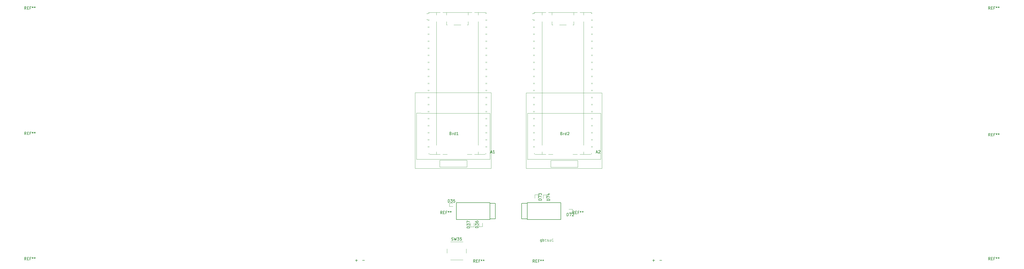
<source format=gbr>
%TF.GenerationSoftware,KiCad,Pcbnew,9.0.3*%
%TF.CreationDate,2025-07-31T16:32:47-07:00*%
%TF.ProjectId,fortissimo-ii,666f7274-6973-4736-996d-6f2d69692e6b,rev?*%
%TF.SameCoordinates,Original*%
%TF.FileFunction,Legend,Top*%
%TF.FilePolarity,Positive*%
%FSLAX46Y46*%
G04 Gerber Fmt 4.6, Leading zero omitted, Abs format (unit mm)*
G04 Created by KiCad (PCBNEW 9.0.3) date 2025-07-31 16:32:47*
%MOMM*%
%LPD*%
G01*
G04 APERTURE LIST*
%ADD10C,0.150000*%
%ADD11C,0.120000*%
G04 APERTURE END LIST*
D10*
G36*
X212932930Y-105551229D02*
G01*
X212978073Y-105564503D01*
X213016207Y-105585730D01*
X213047775Y-105615093D01*
X213069498Y-105650545D01*
X213081969Y-105693442D01*
X213084778Y-105693442D01*
X213084778Y-105560512D01*
X213209281Y-105560512D01*
X213209281Y-106330000D01*
X213204394Y-106387214D01*
X213190507Y-106435980D01*
X213168195Y-106477857D01*
X213137229Y-106513975D01*
X213099427Y-106542750D01*
X213054988Y-106563826D01*
X213002626Y-106577107D01*
X212940675Y-106581814D01*
X212725252Y-106581814D01*
X212725252Y-106467081D01*
X212942079Y-106467081D01*
X212984435Y-106462597D01*
X213018307Y-106450076D01*
X213045577Y-106430017D01*
X213066169Y-106403161D01*
X213078866Y-106370391D01*
X213083374Y-106330000D01*
X213083374Y-106260024D01*
X213086182Y-106134117D01*
X213081969Y-106134117D01*
X213069437Y-106176913D01*
X213047702Y-106211628D01*
X213016207Y-106239752D01*
X212978218Y-106259765D01*
X212933069Y-106272348D01*
X212879125Y-106276816D01*
X212820658Y-106271701D01*
X212770944Y-106257168D01*
X212728339Y-106233795D01*
X212691669Y-106201284D01*
X212662719Y-106161827D01*
X212641393Y-106115160D01*
X212627895Y-106059886D01*
X212623098Y-105994227D01*
X212623098Y-105831927D01*
X212623502Y-105826371D01*
X212749005Y-105826371D01*
X212749005Y-106001249D01*
X212754312Y-106051737D01*
X212769188Y-106092531D01*
X212793091Y-106125751D01*
X212825232Y-106150723D01*
X212865692Y-106166312D01*
X212916922Y-106171913D01*
X212967002Y-106166079D01*
X213007285Y-106149658D01*
X213040020Y-106122943D01*
X213064059Y-106087785D01*
X213079278Y-106043418D01*
X213084778Y-105987266D01*
X213084778Y-105840354D01*
X213079277Y-105784159D01*
X213064056Y-105739775D01*
X213040020Y-105704616D01*
X213007285Y-105677901D01*
X212967002Y-105661479D01*
X212916922Y-105655645D01*
X212865697Y-105661253D01*
X212825237Y-105676860D01*
X212793091Y-105701868D01*
X212769188Y-105735089D01*
X212754312Y-105775883D01*
X212749005Y-105826371D01*
X212623502Y-105826371D01*
X212627873Y-105766339D01*
X212641341Y-105710817D01*
X212662668Y-105663661D01*
X212691669Y-105623527D01*
X212728431Y-105590318D01*
X212771071Y-105566505D01*
X212820752Y-105551726D01*
X212879125Y-105546530D01*
X212932930Y-105551229D01*
G37*
G36*
X213593841Y-105532547D02*
G01*
X213591032Y-105707424D01*
X213592437Y-105707424D01*
X213605186Y-105660832D01*
X213627636Y-105622159D01*
X213660275Y-105589944D01*
X213700104Y-105566391D01*
X213747310Y-105551719D01*
X213803707Y-105546530D01*
X213860565Y-105551679D01*
X213909338Y-105566381D01*
X213951574Y-105590182D01*
X213988354Y-105623527D01*
X214017301Y-105663647D01*
X214038632Y-105710999D01*
X214052131Y-105766973D01*
X214056926Y-105833332D01*
X214056926Y-106058585D01*
X214052149Y-106124207D01*
X214038680Y-106179748D01*
X214017353Y-106226913D01*
X213988354Y-106267046D01*
X213951578Y-106300362D01*
X213909343Y-106324144D01*
X213860569Y-106338837D01*
X213803707Y-106343982D01*
X213747269Y-106338857D01*
X213700305Y-106324410D01*
X213660947Y-106301301D01*
X213628999Y-106269475D01*
X213607216Y-106230629D01*
X213595245Y-106183087D01*
X213593841Y-106183087D01*
X213593841Y-106330000D01*
X213467934Y-106330000D01*
X213467934Y-105840354D01*
X213593841Y-105840354D01*
X213593841Y-106050219D01*
X213599412Y-106106319D01*
X213614845Y-106150686D01*
X213639270Y-106185896D01*
X213672419Y-106212708D01*
X213712539Y-106229085D01*
X213761697Y-106234867D01*
X213813275Y-106229719D01*
X213853976Y-106215468D01*
X213886200Y-106192918D01*
X213909707Y-106161852D01*
X213925190Y-106118053D01*
X213931018Y-106057180D01*
X213931018Y-105833332D01*
X213925141Y-105771496D01*
X213909620Y-105727577D01*
X213886200Y-105696922D01*
X213854028Y-105674760D01*
X213813329Y-105660722D01*
X213761697Y-105655645D01*
X213712539Y-105661427D01*
X213672419Y-105677804D01*
X213639270Y-105704616D01*
X213614848Y-105739827D01*
X213599414Y-105784212D01*
X213593841Y-105840354D01*
X213467934Y-105840354D01*
X213467934Y-105308698D01*
X213593841Y-105308698D01*
X213593841Y-105532547D01*
G37*
G36*
X214675104Y-106330000D02*
G01*
X214613894Y-106323408D01*
X214563868Y-106304821D01*
X214522575Y-106274740D01*
X214491221Y-106234659D01*
X214472019Y-106186272D01*
X214465239Y-106127156D01*
X214465239Y-105675245D01*
X214244199Y-105675245D01*
X214244199Y-105560512D01*
X214465239Y-105560512D01*
X214465239Y-105343686D01*
X214591146Y-105343686D01*
X214591146Y-105560512D01*
X214905914Y-105560512D01*
X214905914Y-105675245D01*
X214591146Y-105675245D01*
X214591146Y-106127156D01*
X214597143Y-106163251D01*
X214614227Y-106190781D01*
X214640527Y-106208958D01*
X214675104Y-106215266D01*
X214898953Y-106215266D01*
X214898953Y-106330000D01*
X214675104Y-106330000D01*
G37*
G36*
X215406612Y-106341174D02*
G01*
X215341644Y-106336987D01*
X215287975Y-106325343D01*
X215243698Y-106307247D01*
X215207248Y-106283166D01*
X215176799Y-106251717D01*
X215154977Y-106214663D01*
X215141397Y-106170881D01*
X215136601Y-106118729D01*
X215262508Y-106118729D01*
X215266911Y-106152369D01*
X215279438Y-106179620D01*
X215300244Y-106202016D01*
X215327056Y-106217939D01*
X215361786Y-106228269D01*
X215406612Y-106232058D01*
X215468161Y-106232058D01*
X215513853Y-106228177D01*
X215549238Y-106217596D01*
X215576543Y-106201284D01*
X215597662Y-106178356D01*
X215610477Y-106150019D01*
X215615012Y-106114577D01*
X215608690Y-106068217D01*
X215591718Y-106036236D01*
X215564507Y-106014688D01*
X215524092Y-106002653D01*
X215311479Y-105971878D01*
X215261839Y-105959165D01*
X215221861Y-105937478D01*
X215189724Y-105906788D01*
X215166362Y-105868692D01*
X215151641Y-105822097D01*
X215146371Y-105764822D01*
X215151004Y-105715603D01*
X215164206Y-105673738D01*
X215185581Y-105637775D01*
X215215614Y-105606735D01*
X215251423Y-105582732D01*
X215294238Y-105564842D01*
X215345412Y-105553420D01*
X215406612Y-105549338D01*
X215468161Y-105549338D01*
X215540929Y-105556004D01*
X215600935Y-105574731D01*
X215650732Y-105604598D01*
X215682291Y-105634730D01*
X215705104Y-105668431D01*
X215719964Y-105706329D01*
X215726936Y-105749434D01*
X215599624Y-105749434D01*
X215594207Y-105724130D01*
X215581679Y-105702009D01*
X215561156Y-105682267D01*
X215536099Y-105667948D01*
X215505551Y-105658889D01*
X215468161Y-105655645D01*
X215406612Y-105655645D01*
X215364634Y-105659317D01*
X215331691Y-105669398D01*
X215305861Y-105685076D01*
X215285733Y-105706857D01*
X215273681Y-105732977D01*
X215269469Y-105764822D01*
X215274614Y-105802697D01*
X215288454Y-105829006D01*
X215310661Y-105846899D01*
X215343597Y-105857145D01*
X215542288Y-105885111D01*
X215604791Y-105900193D01*
X215652681Y-105924078D01*
X215688923Y-105956136D01*
X215715280Y-105997091D01*
X215732081Y-106048914D01*
X215738171Y-106114577D01*
X215733374Y-106167439D01*
X215719784Y-106211923D01*
X215697951Y-106249656D01*
X215667524Y-106281762D01*
X215630982Y-106306475D01*
X215586670Y-106325000D01*
X215533032Y-106336899D01*
X215468161Y-106341174D01*
X215406612Y-106341174D01*
G37*
G36*
X216275200Y-106343982D02*
G01*
X216209531Y-106338617D01*
X216153240Y-106323353D01*
X216104653Y-106298853D01*
X216062526Y-106264970D01*
X216028441Y-106223140D01*
X216003711Y-106174382D01*
X215988240Y-106117346D01*
X215982780Y-106050219D01*
X215982780Y-105560512D01*
X216108688Y-105560512D01*
X216108688Y-106050219D01*
X216114109Y-106104478D01*
X216129261Y-106148264D01*
X216153445Y-106183820D01*
X216186236Y-106211005D01*
X216226113Y-106227599D01*
X216275200Y-106233463D01*
X216325247Y-106227577D01*
X216365776Y-106210957D01*
X216398970Y-106183820D01*
X216423578Y-106148209D01*
X216438962Y-106104423D01*
X216444460Y-106050219D01*
X216444460Y-105560512D01*
X216570368Y-105560512D01*
X216570368Y-106050219D01*
X216564827Y-106117256D01*
X216549115Y-106174261D01*
X216523962Y-106223051D01*
X216489218Y-106264970D01*
X216446415Y-106298902D01*
X216397346Y-106323404D01*
X216340811Y-106338639D01*
X216275200Y-106343982D01*
G37*
G36*
X216815038Y-106330000D02*
G01*
X216815038Y-106215266D01*
X217087796Y-106215266D01*
X217087796Y-105675245D01*
X216843004Y-105675245D01*
X216843004Y-105560512D01*
X217213703Y-105560512D01*
X217213703Y-106215266D01*
X217472540Y-106215266D01*
X217472540Y-106330000D01*
X216815038Y-106330000D01*
G37*
G36*
X217136767Y-105422027D02*
G01*
X217094286Y-105415682D01*
X217064043Y-105398274D01*
X217044347Y-105370816D01*
X217037482Y-105333916D01*
X217044387Y-105295633D01*
X217064043Y-105267421D01*
X217094350Y-105249454D01*
X217136767Y-105242936D01*
X217179183Y-105249454D01*
X217209490Y-105267421D01*
X217229194Y-105295638D01*
X217236113Y-105333916D01*
X217229234Y-105370811D01*
X217209490Y-105398274D01*
X217179247Y-105415682D01*
X217136767Y-105422027D01*
G37*
X374904166Y-68239194D02*
X374570833Y-67763003D01*
X374332738Y-68239194D02*
X374332738Y-67239194D01*
X374332738Y-67239194D02*
X374713690Y-67239194D01*
X374713690Y-67239194D02*
X374808928Y-67286813D01*
X374808928Y-67286813D02*
X374856547Y-67334432D01*
X374856547Y-67334432D02*
X374904166Y-67429670D01*
X374904166Y-67429670D02*
X374904166Y-67572527D01*
X374904166Y-67572527D02*
X374856547Y-67667765D01*
X374856547Y-67667765D02*
X374808928Y-67715384D01*
X374808928Y-67715384D02*
X374713690Y-67763003D01*
X374713690Y-67763003D02*
X374332738Y-67763003D01*
X375332738Y-67715384D02*
X375666071Y-67715384D01*
X375808928Y-68239194D02*
X375332738Y-68239194D01*
X375332738Y-68239194D02*
X375332738Y-67239194D01*
X375332738Y-67239194D02*
X375808928Y-67239194D01*
X376570833Y-67715384D02*
X376237500Y-67715384D01*
X376237500Y-68239194D02*
X376237500Y-67239194D01*
X376237500Y-67239194D02*
X376713690Y-67239194D01*
X377237500Y-67239194D02*
X377237500Y-67477289D01*
X376999405Y-67382051D02*
X377237500Y-67477289D01*
X377237500Y-67477289D02*
X377475595Y-67382051D01*
X377094643Y-67667765D02*
X377237500Y-67477289D01*
X377237500Y-67477289D02*
X377380357Y-67667765D01*
X377999405Y-67239194D02*
X377999405Y-67477289D01*
X377761310Y-67382051D02*
X377999405Y-67477289D01*
X377999405Y-67477289D02*
X378237500Y-67382051D01*
X377856548Y-67667765D02*
X377999405Y-67477289D01*
X377999405Y-67477289D02*
X378142262Y-67667765D01*
X210597916Y-113829819D02*
X210264583Y-113353628D01*
X210026488Y-113829819D02*
X210026488Y-112829819D01*
X210026488Y-112829819D02*
X210407440Y-112829819D01*
X210407440Y-112829819D02*
X210502678Y-112877438D01*
X210502678Y-112877438D02*
X210550297Y-112925057D01*
X210550297Y-112925057D02*
X210597916Y-113020295D01*
X210597916Y-113020295D02*
X210597916Y-113163152D01*
X210597916Y-113163152D02*
X210550297Y-113258390D01*
X210550297Y-113258390D02*
X210502678Y-113306009D01*
X210502678Y-113306009D02*
X210407440Y-113353628D01*
X210407440Y-113353628D02*
X210026488Y-113353628D01*
X211026488Y-113306009D02*
X211359821Y-113306009D01*
X211502678Y-113829819D02*
X211026488Y-113829819D01*
X211026488Y-113829819D02*
X211026488Y-112829819D01*
X211026488Y-112829819D02*
X211502678Y-112829819D01*
X212264583Y-113306009D02*
X211931250Y-113306009D01*
X211931250Y-113829819D02*
X211931250Y-112829819D01*
X211931250Y-112829819D02*
X212407440Y-112829819D01*
X212931250Y-112829819D02*
X212931250Y-113067914D01*
X212693155Y-112972676D02*
X212931250Y-113067914D01*
X212931250Y-113067914D02*
X213169345Y-112972676D01*
X212788393Y-113258390D02*
X212931250Y-113067914D01*
X212931250Y-113067914D02*
X213074107Y-113258390D01*
X213693155Y-112829819D02*
X213693155Y-113067914D01*
X213455060Y-112972676D02*
X213693155Y-113067914D01*
X213693155Y-113067914D02*
X213931250Y-112972676D01*
X213550298Y-113258390D02*
X213693155Y-113067914D01*
X213693155Y-113067914D02*
X213836012Y-113258390D01*
X177260416Y-96317319D02*
X176927083Y-95841128D01*
X176688988Y-96317319D02*
X176688988Y-95317319D01*
X176688988Y-95317319D02*
X177069940Y-95317319D01*
X177069940Y-95317319D02*
X177165178Y-95364938D01*
X177165178Y-95364938D02*
X177212797Y-95412557D01*
X177212797Y-95412557D02*
X177260416Y-95507795D01*
X177260416Y-95507795D02*
X177260416Y-95650652D01*
X177260416Y-95650652D02*
X177212797Y-95745890D01*
X177212797Y-95745890D02*
X177165178Y-95793509D01*
X177165178Y-95793509D02*
X177069940Y-95841128D01*
X177069940Y-95841128D02*
X176688988Y-95841128D01*
X177688988Y-95793509D02*
X178022321Y-95793509D01*
X178165178Y-96317319D02*
X177688988Y-96317319D01*
X177688988Y-96317319D02*
X177688988Y-95317319D01*
X177688988Y-95317319D02*
X178165178Y-95317319D01*
X178927083Y-95793509D02*
X178593750Y-95793509D01*
X178593750Y-96317319D02*
X178593750Y-95317319D01*
X178593750Y-95317319D02*
X179069940Y-95317319D01*
X179593750Y-95317319D02*
X179593750Y-95555414D01*
X179355655Y-95460176D02*
X179593750Y-95555414D01*
X179593750Y-95555414D02*
X179831845Y-95460176D01*
X179450893Y-95745890D02*
X179593750Y-95555414D01*
X179593750Y-95555414D02*
X179736607Y-95745890D01*
X180355655Y-95317319D02*
X180355655Y-95555414D01*
X180117560Y-95460176D02*
X180355655Y-95555414D01*
X180355655Y-95555414D02*
X180593750Y-95460176D01*
X180212798Y-95745890D02*
X180355655Y-95555414D01*
X180355655Y-95555414D02*
X180498512Y-95745890D01*
X222273214Y-97054819D02*
X222273214Y-96054819D01*
X222273214Y-96054819D02*
X222511309Y-96054819D01*
X222511309Y-96054819D02*
X222654166Y-96102438D01*
X222654166Y-96102438D02*
X222749404Y-96197676D01*
X222749404Y-96197676D02*
X222797023Y-96292914D01*
X222797023Y-96292914D02*
X222844642Y-96483390D01*
X222844642Y-96483390D02*
X222844642Y-96626247D01*
X222844642Y-96626247D02*
X222797023Y-96816723D01*
X222797023Y-96816723D02*
X222749404Y-96911961D01*
X222749404Y-96911961D02*
X222654166Y-97007200D01*
X222654166Y-97007200D02*
X222511309Y-97054819D01*
X222511309Y-97054819D02*
X222273214Y-97054819D01*
X223177976Y-96054819D02*
X223844642Y-96054819D01*
X223844642Y-96054819D02*
X223416071Y-97054819D01*
X224177976Y-96150057D02*
X224225595Y-96102438D01*
X224225595Y-96102438D02*
X224320833Y-96054819D01*
X224320833Y-96054819D02*
X224558928Y-96054819D01*
X224558928Y-96054819D02*
X224654166Y-96102438D01*
X224654166Y-96102438D02*
X224701785Y-96150057D01*
X224701785Y-96150057D02*
X224749404Y-96245295D01*
X224749404Y-96245295D02*
X224749404Y-96340533D01*
X224749404Y-96340533D02*
X224701785Y-96483390D01*
X224701785Y-96483390D02*
X224130357Y-97054819D01*
X224130357Y-97054819D02*
X224749404Y-97054819D01*
X374904166Y-22498569D02*
X374570833Y-22022378D01*
X374332738Y-22498569D02*
X374332738Y-21498569D01*
X374332738Y-21498569D02*
X374713690Y-21498569D01*
X374713690Y-21498569D02*
X374808928Y-21546188D01*
X374808928Y-21546188D02*
X374856547Y-21593807D01*
X374856547Y-21593807D02*
X374904166Y-21689045D01*
X374904166Y-21689045D02*
X374904166Y-21831902D01*
X374904166Y-21831902D02*
X374856547Y-21927140D01*
X374856547Y-21927140D02*
X374808928Y-21974759D01*
X374808928Y-21974759D02*
X374713690Y-22022378D01*
X374713690Y-22022378D02*
X374332738Y-22022378D01*
X375332738Y-21974759D02*
X375666071Y-21974759D01*
X375808928Y-22498569D02*
X375332738Y-22498569D01*
X375332738Y-22498569D02*
X375332738Y-21498569D01*
X375332738Y-21498569D02*
X375808928Y-21498569D01*
X376570833Y-21974759D02*
X376237500Y-21974759D01*
X376237500Y-22498569D02*
X376237500Y-21498569D01*
X376237500Y-21498569D02*
X376713690Y-21498569D01*
X377237500Y-21498569D02*
X377237500Y-21736664D01*
X376999405Y-21641426D02*
X377237500Y-21736664D01*
X377237500Y-21736664D02*
X377475595Y-21641426D01*
X377094643Y-21927140D02*
X377237500Y-21736664D01*
X377237500Y-21736664D02*
X377380357Y-21927140D01*
X377999405Y-21498569D02*
X377999405Y-21736664D01*
X377761310Y-21641426D02*
X377999405Y-21736664D01*
X377999405Y-21736664D02*
X378237500Y-21641426D01*
X377856548Y-21927140D02*
X377999405Y-21736664D01*
X377999405Y-21736664D02*
X378142262Y-21927140D01*
X145986548Y-113111366D02*
X146748453Y-113111366D01*
X146367500Y-113492319D02*
X146367500Y-112730414D01*
X148526548Y-113111366D02*
X149288453Y-113111366D01*
X27241666Y-112986069D02*
X26908333Y-112509878D01*
X26670238Y-112986069D02*
X26670238Y-111986069D01*
X26670238Y-111986069D02*
X27051190Y-111986069D01*
X27051190Y-111986069D02*
X27146428Y-112033688D01*
X27146428Y-112033688D02*
X27194047Y-112081307D01*
X27194047Y-112081307D02*
X27241666Y-112176545D01*
X27241666Y-112176545D02*
X27241666Y-112319402D01*
X27241666Y-112319402D02*
X27194047Y-112414640D01*
X27194047Y-112414640D02*
X27146428Y-112462259D01*
X27146428Y-112462259D02*
X27051190Y-112509878D01*
X27051190Y-112509878D02*
X26670238Y-112509878D01*
X27670238Y-112462259D02*
X28003571Y-112462259D01*
X28146428Y-112986069D02*
X27670238Y-112986069D01*
X27670238Y-112986069D02*
X27670238Y-111986069D01*
X27670238Y-111986069D02*
X28146428Y-111986069D01*
X28908333Y-112462259D02*
X28575000Y-112462259D01*
X28575000Y-112986069D02*
X28575000Y-111986069D01*
X28575000Y-111986069D02*
X29051190Y-111986069D01*
X29575000Y-111986069D02*
X29575000Y-112224164D01*
X29336905Y-112128926D02*
X29575000Y-112224164D01*
X29575000Y-112224164D02*
X29813095Y-112128926D01*
X29432143Y-112414640D02*
X29575000Y-112224164D01*
X29575000Y-112224164D02*
X29717857Y-112414640D01*
X30336905Y-111986069D02*
X30336905Y-112224164D01*
X30098810Y-112128926D02*
X30336905Y-112224164D01*
X30336905Y-112224164D02*
X30575000Y-112128926D01*
X30194048Y-112414640D02*
X30336905Y-112224164D01*
X30336905Y-112224164D02*
X30479762Y-112414640D01*
X187223569Y-101364285D02*
X186223569Y-101364285D01*
X186223569Y-101364285D02*
X186223569Y-101126190D01*
X186223569Y-101126190D02*
X186271188Y-100983333D01*
X186271188Y-100983333D02*
X186366426Y-100888095D01*
X186366426Y-100888095D02*
X186461664Y-100840476D01*
X186461664Y-100840476D02*
X186652140Y-100792857D01*
X186652140Y-100792857D02*
X186794997Y-100792857D01*
X186794997Y-100792857D02*
X186985473Y-100840476D01*
X186985473Y-100840476D02*
X187080711Y-100888095D01*
X187080711Y-100888095D02*
X187175950Y-100983333D01*
X187175950Y-100983333D02*
X187223569Y-101126190D01*
X187223569Y-101126190D02*
X187223569Y-101364285D01*
X186223569Y-100459523D02*
X186223569Y-99840476D01*
X186223569Y-99840476D02*
X186604521Y-100173809D01*
X186604521Y-100173809D02*
X186604521Y-100030952D01*
X186604521Y-100030952D02*
X186652140Y-99935714D01*
X186652140Y-99935714D02*
X186699759Y-99888095D01*
X186699759Y-99888095D02*
X186794997Y-99840476D01*
X186794997Y-99840476D02*
X187033092Y-99840476D01*
X187033092Y-99840476D02*
X187128330Y-99888095D01*
X187128330Y-99888095D02*
X187175950Y-99935714D01*
X187175950Y-99935714D02*
X187223569Y-100030952D01*
X187223569Y-100030952D02*
X187223569Y-100316666D01*
X187223569Y-100316666D02*
X187175950Y-100411904D01*
X187175950Y-100411904D02*
X187128330Y-100459523D01*
X186223569Y-99507142D02*
X186223569Y-98840476D01*
X186223569Y-98840476D02*
X187223569Y-99269047D01*
X220333333Y-67302009D02*
X220476190Y-67349628D01*
X220476190Y-67349628D02*
X220523809Y-67397247D01*
X220523809Y-67397247D02*
X220571428Y-67492485D01*
X220571428Y-67492485D02*
X220571428Y-67635342D01*
X220571428Y-67635342D02*
X220523809Y-67730580D01*
X220523809Y-67730580D02*
X220476190Y-67778200D01*
X220476190Y-67778200D02*
X220380952Y-67825819D01*
X220380952Y-67825819D02*
X220000000Y-67825819D01*
X220000000Y-67825819D02*
X220000000Y-66825819D01*
X220000000Y-66825819D02*
X220333333Y-66825819D01*
X220333333Y-66825819D02*
X220428571Y-66873438D01*
X220428571Y-66873438D02*
X220476190Y-66921057D01*
X220476190Y-66921057D02*
X220523809Y-67016295D01*
X220523809Y-67016295D02*
X220523809Y-67111533D01*
X220523809Y-67111533D02*
X220476190Y-67206771D01*
X220476190Y-67206771D02*
X220428571Y-67254390D01*
X220428571Y-67254390D02*
X220333333Y-67302009D01*
X220333333Y-67302009D02*
X220000000Y-67302009D01*
X221000000Y-67825819D02*
X221000000Y-67159152D01*
X221000000Y-67349628D02*
X221047619Y-67254390D01*
X221047619Y-67254390D02*
X221095238Y-67206771D01*
X221095238Y-67206771D02*
X221190476Y-67159152D01*
X221190476Y-67159152D02*
X221285714Y-67159152D01*
X222047619Y-67825819D02*
X222047619Y-66825819D01*
X222047619Y-67778200D02*
X221952381Y-67825819D01*
X221952381Y-67825819D02*
X221761905Y-67825819D01*
X221761905Y-67825819D02*
X221666667Y-67778200D01*
X221666667Y-67778200D02*
X221619048Y-67730580D01*
X221619048Y-67730580D02*
X221571429Y-67635342D01*
X221571429Y-67635342D02*
X221571429Y-67349628D01*
X221571429Y-67349628D02*
X221619048Y-67254390D01*
X221619048Y-67254390D02*
X221666667Y-67206771D01*
X221666667Y-67206771D02*
X221761905Y-67159152D01*
X221761905Y-67159152D02*
X221952381Y-67159152D01*
X221952381Y-67159152D02*
X222047619Y-67206771D01*
X222476191Y-66921057D02*
X222523810Y-66873438D01*
X222523810Y-66873438D02*
X222619048Y-66825819D01*
X222619048Y-66825819D02*
X222857143Y-66825819D01*
X222857143Y-66825819D02*
X222952381Y-66873438D01*
X222952381Y-66873438D02*
X223000000Y-66921057D01*
X223000000Y-66921057D02*
X223047619Y-67016295D01*
X223047619Y-67016295D02*
X223047619Y-67111533D01*
X223047619Y-67111533D02*
X223000000Y-67254390D01*
X223000000Y-67254390D02*
X222428572Y-67825819D01*
X222428572Y-67825819D02*
X223047619Y-67825819D01*
X213092319Y-91389285D02*
X212092319Y-91389285D01*
X212092319Y-91389285D02*
X212092319Y-91151190D01*
X212092319Y-91151190D02*
X212139938Y-91008333D01*
X212139938Y-91008333D02*
X212235176Y-90913095D01*
X212235176Y-90913095D02*
X212330414Y-90865476D01*
X212330414Y-90865476D02*
X212520890Y-90817857D01*
X212520890Y-90817857D02*
X212663747Y-90817857D01*
X212663747Y-90817857D02*
X212854223Y-90865476D01*
X212854223Y-90865476D02*
X212949461Y-90913095D01*
X212949461Y-90913095D02*
X213044700Y-91008333D01*
X213044700Y-91008333D02*
X213092319Y-91151190D01*
X213092319Y-91151190D02*
X213092319Y-91389285D01*
X212092319Y-90484523D02*
X212092319Y-89817857D01*
X212092319Y-89817857D02*
X213092319Y-90246428D01*
X212092319Y-89532142D02*
X212092319Y-88913095D01*
X212092319Y-88913095D02*
X212473271Y-89246428D01*
X212473271Y-89246428D02*
X212473271Y-89103571D01*
X212473271Y-89103571D02*
X212520890Y-89008333D01*
X212520890Y-89008333D02*
X212568509Y-88960714D01*
X212568509Y-88960714D02*
X212663747Y-88913095D01*
X212663747Y-88913095D02*
X212901842Y-88913095D01*
X212901842Y-88913095D02*
X212997080Y-88960714D01*
X212997080Y-88960714D02*
X213044700Y-89008333D01*
X213044700Y-89008333D02*
X213092319Y-89103571D01*
X213092319Y-89103571D02*
X213092319Y-89389285D01*
X213092319Y-89389285D02*
X213044700Y-89484523D01*
X213044700Y-89484523D02*
X212997080Y-89532142D01*
X190248569Y-101339285D02*
X189248569Y-101339285D01*
X189248569Y-101339285D02*
X189248569Y-101101190D01*
X189248569Y-101101190D02*
X189296188Y-100958333D01*
X189296188Y-100958333D02*
X189391426Y-100863095D01*
X189391426Y-100863095D02*
X189486664Y-100815476D01*
X189486664Y-100815476D02*
X189677140Y-100767857D01*
X189677140Y-100767857D02*
X189819997Y-100767857D01*
X189819997Y-100767857D02*
X190010473Y-100815476D01*
X190010473Y-100815476D02*
X190105711Y-100863095D01*
X190105711Y-100863095D02*
X190200950Y-100958333D01*
X190200950Y-100958333D02*
X190248569Y-101101190D01*
X190248569Y-101101190D02*
X190248569Y-101339285D01*
X189248569Y-100434523D02*
X189248569Y-99815476D01*
X189248569Y-99815476D02*
X189629521Y-100148809D01*
X189629521Y-100148809D02*
X189629521Y-100005952D01*
X189629521Y-100005952D02*
X189677140Y-99910714D01*
X189677140Y-99910714D02*
X189724759Y-99863095D01*
X189724759Y-99863095D02*
X189819997Y-99815476D01*
X189819997Y-99815476D02*
X190058092Y-99815476D01*
X190058092Y-99815476D02*
X190153330Y-99863095D01*
X190153330Y-99863095D02*
X190200950Y-99910714D01*
X190200950Y-99910714D02*
X190248569Y-100005952D01*
X190248569Y-100005952D02*
X190248569Y-100291666D01*
X190248569Y-100291666D02*
X190200950Y-100386904D01*
X190200950Y-100386904D02*
X190153330Y-100434523D01*
X189248569Y-98958333D02*
X189248569Y-99148809D01*
X189248569Y-99148809D02*
X189296188Y-99244047D01*
X189296188Y-99244047D02*
X189343807Y-99291666D01*
X189343807Y-99291666D02*
X189486664Y-99386904D01*
X189486664Y-99386904D02*
X189677140Y-99434523D01*
X189677140Y-99434523D02*
X190058092Y-99434523D01*
X190058092Y-99434523D02*
X190153330Y-99386904D01*
X190153330Y-99386904D02*
X190200950Y-99339285D01*
X190200950Y-99339285D02*
X190248569Y-99244047D01*
X190248569Y-99244047D02*
X190248569Y-99053571D01*
X190248569Y-99053571D02*
X190200950Y-98958333D01*
X190200950Y-98958333D02*
X190153330Y-98910714D01*
X190153330Y-98910714D02*
X190058092Y-98863095D01*
X190058092Y-98863095D02*
X189819997Y-98863095D01*
X189819997Y-98863095D02*
X189724759Y-98910714D01*
X189724759Y-98910714D02*
X189677140Y-98958333D01*
X189677140Y-98958333D02*
X189629521Y-99053571D01*
X189629521Y-99053571D02*
X189629521Y-99244047D01*
X189629521Y-99244047D02*
X189677140Y-99339285D01*
X189677140Y-99339285D02*
X189724759Y-99386904D01*
X189724759Y-99386904D02*
X189819997Y-99434523D01*
X27241666Y-67742319D02*
X26908333Y-67266128D01*
X26670238Y-67742319D02*
X26670238Y-66742319D01*
X26670238Y-66742319D02*
X27051190Y-66742319D01*
X27051190Y-66742319D02*
X27146428Y-66789938D01*
X27146428Y-66789938D02*
X27194047Y-66837557D01*
X27194047Y-66837557D02*
X27241666Y-66932795D01*
X27241666Y-66932795D02*
X27241666Y-67075652D01*
X27241666Y-67075652D02*
X27194047Y-67170890D01*
X27194047Y-67170890D02*
X27146428Y-67218509D01*
X27146428Y-67218509D02*
X27051190Y-67266128D01*
X27051190Y-67266128D02*
X26670238Y-67266128D01*
X27670238Y-67218509D02*
X28003571Y-67218509D01*
X28146428Y-67742319D02*
X27670238Y-67742319D01*
X27670238Y-67742319D02*
X27670238Y-66742319D01*
X27670238Y-66742319D02*
X28146428Y-66742319D01*
X28908333Y-67218509D02*
X28575000Y-67218509D01*
X28575000Y-67742319D02*
X28575000Y-66742319D01*
X28575000Y-66742319D02*
X29051190Y-66742319D01*
X29575000Y-66742319D02*
X29575000Y-66980414D01*
X29336905Y-66885176D02*
X29575000Y-66980414D01*
X29575000Y-66980414D02*
X29813095Y-66885176D01*
X29432143Y-67170890D02*
X29575000Y-66980414D01*
X29575000Y-66980414D02*
X29717857Y-67170890D01*
X30336905Y-66742319D02*
X30336905Y-66980414D01*
X30098810Y-66885176D02*
X30336905Y-66980414D01*
X30336905Y-66980414D02*
X30575000Y-66885176D01*
X30194048Y-67170890D02*
X30336905Y-66980414D01*
X30336905Y-66980414D02*
X30479762Y-67170890D01*
X374904166Y-112986069D02*
X374570833Y-112509878D01*
X374332738Y-112986069D02*
X374332738Y-111986069D01*
X374332738Y-111986069D02*
X374713690Y-111986069D01*
X374713690Y-111986069D02*
X374808928Y-112033688D01*
X374808928Y-112033688D02*
X374856547Y-112081307D01*
X374856547Y-112081307D02*
X374904166Y-112176545D01*
X374904166Y-112176545D02*
X374904166Y-112319402D01*
X374904166Y-112319402D02*
X374856547Y-112414640D01*
X374856547Y-112414640D02*
X374808928Y-112462259D01*
X374808928Y-112462259D02*
X374713690Y-112509878D01*
X374713690Y-112509878D02*
X374332738Y-112509878D01*
X375332738Y-112462259D02*
X375666071Y-112462259D01*
X375808928Y-112986069D02*
X375332738Y-112986069D01*
X375332738Y-112986069D02*
X375332738Y-111986069D01*
X375332738Y-111986069D02*
X375808928Y-111986069D01*
X376570833Y-112462259D02*
X376237500Y-112462259D01*
X376237500Y-112986069D02*
X376237500Y-111986069D01*
X376237500Y-111986069D02*
X376713690Y-111986069D01*
X377237500Y-111986069D02*
X377237500Y-112224164D01*
X376999405Y-112128926D02*
X377237500Y-112224164D01*
X377237500Y-112224164D02*
X377475595Y-112128926D01*
X377094643Y-112414640D02*
X377237500Y-112224164D01*
X377237500Y-112224164D02*
X377380357Y-112414640D01*
X377999405Y-111986069D02*
X377999405Y-112224164D01*
X377761310Y-112128926D02*
X377999405Y-112224164D01*
X377999405Y-112224164D02*
X378237500Y-112128926D01*
X377856548Y-112414640D02*
X377999405Y-112224164D01*
X377999405Y-112224164D02*
X378142262Y-112414640D01*
X179410714Y-92136069D02*
X179410714Y-91136069D01*
X179410714Y-91136069D02*
X179648809Y-91136069D01*
X179648809Y-91136069D02*
X179791666Y-91183688D01*
X179791666Y-91183688D02*
X179886904Y-91278926D01*
X179886904Y-91278926D02*
X179934523Y-91374164D01*
X179934523Y-91374164D02*
X179982142Y-91564640D01*
X179982142Y-91564640D02*
X179982142Y-91707497D01*
X179982142Y-91707497D02*
X179934523Y-91897973D01*
X179934523Y-91897973D02*
X179886904Y-91993211D01*
X179886904Y-91993211D02*
X179791666Y-92088450D01*
X179791666Y-92088450D02*
X179648809Y-92136069D01*
X179648809Y-92136069D02*
X179410714Y-92136069D01*
X180315476Y-91136069D02*
X180934523Y-91136069D01*
X180934523Y-91136069D02*
X180601190Y-91517021D01*
X180601190Y-91517021D02*
X180744047Y-91517021D01*
X180744047Y-91517021D02*
X180839285Y-91564640D01*
X180839285Y-91564640D02*
X180886904Y-91612259D01*
X180886904Y-91612259D02*
X180934523Y-91707497D01*
X180934523Y-91707497D02*
X180934523Y-91945592D01*
X180934523Y-91945592D02*
X180886904Y-92040830D01*
X180886904Y-92040830D02*
X180839285Y-92088450D01*
X180839285Y-92088450D02*
X180744047Y-92136069D01*
X180744047Y-92136069D02*
X180458333Y-92136069D01*
X180458333Y-92136069D02*
X180363095Y-92088450D01*
X180363095Y-92088450D02*
X180315476Y-92040830D01*
X181839285Y-91136069D02*
X181363095Y-91136069D01*
X181363095Y-91136069D02*
X181315476Y-91612259D01*
X181315476Y-91612259D02*
X181363095Y-91564640D01*
X181363095Y-91564640D02*
X181458333Y-91517021D01*
X181458333Y-91517021D02*
X181696428Y-91517021D01*
X181696428Y-91517021D02*
X181791666Y-91564640D01*
X181791666Y-91564640D02*
X181839285Y-91612259D01*
X181839285Y-91612259D02*
X181886904Y-91707497D01*
X181886904Y-91707497D02*
X181886904Y-91945592D01*
X181886904Y-91945592D02*
X181839285Y-92040830D01*
X181839285Y-92040830D02*
X181791666Y-92088450D01*
X181791666Y-92088450D02*
X181696428Y-92136069D01*
X181696428Y-92136069D02*
X181458333Y-92136069D01*
X181458333Y-92136069D02*
X181363095Y-92088450D01*
X181363095Y-92088450D02*
X181315476Y-92040830D01*
X216117319Y-91489285D02*
X215117319Y-91489285D01*
X215117319Y-91489285D02*
X215117319Y-91251190D01*
X215117319Y-91251190D02*
X215164938Y-91108333D01*
X215164938Y-91108333D02*
X215260176Y-91013095D01*
X215260176Y-91013095D02*
X215355414Y-90965476D01*
X215355414Y-90965476D02*
X215545890Y-90917857D01*
X215545890Y-90917857D02*
X215688747Y-90917857D01*
X215688747Y-90917857D02*
X215879223Y-90965476D01*
X215879223Y-90965476D02*
X215974461Y-91013095D01*
X215974461Y-91013095D02*
X216069700Y-91108333D01*
X216069700Y-91108333D02*
X216117319Y-91251190D01*
X216117319Y-91251190D02*
X216117319Y-91489285D01*
X215117319Y-90584523D02*
X215117319Y-89917857D01*
X215117319Y-89917857D02*
X216117319Y-90346428D01*
X215450652Y-89108333D02*
X216117319Y-89108333D01*
X215069700Y-89346428D02*
X215783985Y-89584523D01*
X215783985Y-89584523D02*
X215783985Y-88965476D01*
X224885416Y-96317319D02*
X224552083Y-95841128D01*
X224313988Y-96317319D02*
X224313988Y-95317319D01*
X224313988Y-95317319D02*
X224694940Y-95317319D01*
X224694940Y-95317319D02*
X224790178Y-95364938D01*
X224790178Y-95364938D02*
X224837797Y-95412557D01*
X224837797Y-95412557D02*
X224885416Y-95507795D01*
X224885416Y-95507795D02*
X224885416Y-95650652D01*
X224885416Y-95650652D02*
X224837797Y-95745890D01*
X224837797Y-95745890D02*
X224790178Y-95793509D01*
X224790178Y-95793509D02*
X224694940Y-95841128D01*
X224694940Y-95841128D02*
X224313988Y-95841128D01*
X225313988Y-95793509D02*
X225647321Y-95793509D01*
X225790178Y-96317319D02*
X225313988Y-96317319D01*
X225313988Y-96317319D02*
X225313988Y-95317319D01*
X225313988Y-95317319D02*
X225790178Y-95317319D01*
X226552083Y-95793509D02*
X226218750Y-95793509D01*
X226218750Y-96317319D02*
X226218750Y-95317319D01*
X226218750Y-95317319D02*
X226694940Y-95317319D01*
X227218750Y-95317319D02*
X227218750Y-95555414D01*
X226980655Y-95460176D02*
X227218750Y-95555414D01*
X227218750Y-95555414D02*
X227456845Y-95460176D01*
X227075893Y-95745890D02*
X227218750Y-95555414D01*
X227218750Y-95555414D02*
X227361607Y-95745890D01*
X227980655Y-95317319D02*
X227980655Y-95555414D01*
X227742560Y-95460176D02*
X227980655Y-95555414D01*
X227980655Y-95555414D02*
X228218750Y-95460176D01*
X227837798Y-95745890D02*
X227980655Y-95555414D01*
X227980655Y-95555414D02*
X228123512Y-95745890D01*
X180677976Y-105825950D02*
X180820833Y-105873569D01*
X180820833Y-105873569D02*
X181058928Y-105873569D01*
X181058928Y-105873569D02*
X181154166Y-105825950D01*
X181154166Y-105825950D02*
X181201785Y-105778330D01*
X181201785Y-105778330D02*
X181249404Y-105683092D01*
X181249404Y-105683092D02*
X181249404Y-105587854D01*
X181249404Y-105587854D02*
X181201785Y-105492616D01*
X181201785Y-105492616D02*
X181154166Y-105444997D01*
X181154166Y-105444997D02*
X181058928Y-105397378D01*
X181058928Y-105397378D02*
X180868452Y-105349759D01*
X180868452Y-105349759D02*
X180773214Y-105302140D01*
X180773214Y-105302140D02*
X180725595Y-105254521D01*
X180725595Y-105254521D02*
X180677976Y-105159283D01*
X180677976Y-105159283D02*
X180677976Y-105064045D01*
X180677976Y-105064045D02*
X180725595Y-104968807D01*
X180725595Y-104968807D02*
X180773214Y-104921188D01*
X180773214Y-104921188D02*
X180868452Y-104873569D01*
X180868452Y-104873569D02*
X181106547Y-104873569D01*
X181106547Y-104873569D02*
X181249404Y-104921188D01*
X181582738Y-104873569D02*
X181820833Y-105873569D01*
X181820833Y-105873569D02*
X182011309Y-105159283D01*
X182011309Y-105159283D02*
X182201785Y-105873569D01*
X182201785Y-105873569D02*
X182439881Y-104873569D01*
X182725595Y-104873569D02*
X183344642Y-104873569D01*
X183344642Y-104873569D02*
X183011309Y-105254521D01*
X183011309Y-105254521D02*
X183154166Y-105254521D01*
X183154166Y-105254521D02*
X183249404Y-105302140D01*
X183249404Y-105302140D02*
X183297023Y-105349759D01*
X183297023Y-105349759D02*
X183344642Y-105444997D01*
X183344642Y-105444997D02*
X183344642Y-105683092D01*
X183344642Y-105683092D02*
X183297023Y-105778330D01*
X183297023Y-105778330D02*
X183249404Y-105825950D01*
X183249404Y-105825950D02*
X183154166Y-105873569D01*
X183154166Y-105873569D02*
X182868452Y-105873569D01*
X182868452Y-105873569D02*
X182773214Y-105825950D01*
X182773214Y-105825950D02*
X182725595Y-105778330D01*
X184249404Y-104873569D02*
X183773214Y-104873569D01*
X183773214Y-104873569D02*
X183725595Y-105349759D01*
X183725595Y-105349759D02*
X183773214Y-105302140D01*
X183773214Y-105302140D02*
X183868452Y-105254521D01*
X183868452Y-105254521D02*
X184106547Y-105254521D01*
X184106547Y-105254521D02*
X184201785Y-105302140D01*
X184201785Y-105302140D02*
X184249404Y-105349759D01*
X184249404Y-105349759D02*
X184297023Y-105444997D01*
X184297023Y-105444997D02*
X184297023Y-105683092D01*
X184297023Y-105683092D02*
X184249404Y-105778330D01*
X184249404Y-105778330D02*
X184201785Y-105825950D01*
X184201785Y-105825950D02*
X184106547Y-105873569D01*
X184106547Y-105873569D02*
X183868452Y-105873569D01*
X183868452Y-105873569D02*
X183773214Y-105825950D01*
X183773214Y-105825950D02*
X183725595Y-105778330D01*
X27241666Y-22498569D02*
X26908333Y-22022378D01*
X26670238Y-22498569D02*
X26670238Y-21498569D01*
X26670238Y-21498569D02*
X27051190Y-21498569D01*
X27051190Y-21498569D02*
X27146428Y-21546188D01*
X27146428Y-21546188D02*
X27194047Y-21593807D01*
X27194047Y-21593807D02*
X27241666Y-21689045D01*
X27241666Y-21689045D02*
X27241666Y-21831902D01*
X27241666Y-21831902D02*
X27194047Y-21927140D01*
X27194047Y-21927140D02*
X27146428Y-21974759D01*
X27146428Y-21974759D02*
X27051190Y-22022378D01*
X27051190Y-22022378D02*
X26670238Y-22022378D01*
X27670238Y-21974759D02*
X28003571Y-21974759D01*
X28146428Y-22498569D02*
X27670238Y-22498569D01*
X27670238Y-22498569D02*
X27670238Y-21498569D01*
X27670238Y-21498569D02*
X28146428Y-21498569D01*
X28908333Y-21974759D02*
X28575000Y-21974759D01*
X28575000Y-22498569D02*
X28575000Y-21498569D01*
X28575000Y-21498569D02*
X29051190Y-21498569D01*
X29575000Y-21498569D02*
X29575000Y-21736664D01*
X29336905Y-21641426D02*
X29575000Y-21736664D01*
X29575000Y-21736664D02*
X29813095Y-21641426D01*
X29432143Y-21927140D02*
X29575000Y-21736664D01*
X29575000Y-21736664D02*
X29717857Y-21927140D01*
X30336905Y-21498569D02*
X30336905Y-21736664D01*
X30098810Y-21641426D02*
X30336905Y-21736664D01*
X30336905Y-21736664D02*
X30575000Y-21641426D01*
X30194048Y-21927140D02*
X30336905Y-21736664D01*
X30336905Y-21736664D02*
X30479762Y-21927140D01*
X194757910Y-74124104D02*
X195234100Y-74124104D01*
X194662672Y-74409819D02*
X194996005Y-73409819D01*
X194996005Y-73409819D02*
X195329338Y-74409819D01*
X196186481Y-74409819D02*
X195615053Y-74409819D01*
X195900767Y-74409819D02*
X195900767Y-73409819D01*
X195900767Y-73409819D02*
X195805529Y-73552676D01*
X195805529Y-73552676D02*
X195710291Y-73647914D01*
X195710291Y-73647914D02*
X195615053Y-73695533D01*
X255682798Y-113111366D02*
X256444703Y-113111366D01*
X253142798Y-113111366D02*
X253904703Y-113111366D01*
X253523750Y-113492319D02*
X253523750Y-112730414D01*
X189166666Y-113804819D02*
X188833333Y-113328628D01*
X188595238Y-113804819D02*
X188595238Y-112804819D01*
X188595238Y-112804819D02*
X188976190Y-112804819D01*
X188976190Y-112804819D02*
X189071428Y-112852438D01*
X189071428Y-112852438D02*
X189119047Y-112900057D01*
X189119047Y-112900057D02*
X189166666Y-112995295D01*
X189166666Y-112995295D02*
X189166666Y-113138152D01*
X189166666Y-113138152D02*
X189119047Y-113233390D01*
X189119047Y-113233390D02*
X189071428Y-113281009D01*
X189071428Y-113281009D02*
X188976190Y-113328628D01*
X188976190Y-113328628D02*
X188595238Y-113328628D01*
X189595238Y-113281009D02*
X189928571Y-113281009D01*
X190071428Y-113804819D02*
X189595238Y-113804819D01*
X189595238Y-113804819D02*
X189595238Y-112804819D01*
X189595238Y-112804819D02*
X190071428Y-112804819D01*
X190833333Y-113281009D02*
X190500000Y-113281009D01*
X190500000Y-113804819D02*
X190500000Y-112804819D01*
X190500000Y-112804819D02*
X190976190Y-112804819D01*
X191500000Y-112804819D02*
X191500000Y-113042914D01*
X191261905Y-112947676D02*
X191500000Y-113042914D01*
X191500000Y-113042914D02*
X191738095Y-112947676D01*
X191357143Y-113233390D02*
X191500000Y-113042914D01*
X191500000Y-113042914D02*
X191642857Y-113233390D01*
X192261905Y-112804819D02*
X192261905Y-113042914D01*
X192023810Y-112947676D02*
X192261905Y-113042914D01*
X192261905Y-113042914D02*
X192500000Y-112947676D01*
X192119048Y-113233390D02*
X192261905Y-113042914D01*
X192261905Y-113042914D02*
X192404762Y-113233390D01*
X232826660Y-74124104D02*
X233302850Y-74124104D01*
X232731422Y-74409819D02*
X233064755Y-73409819D01*
X233064755Y-73409819D02*
X233398088Y-74409819D01*
X233683803Y-73505057D02*
X233731422Y-73457438D01*
X233731422Y-73457438D02*
X233826660Y-73409819D01*
X233826660Y-73409819D02*
X234064755Y-73409819D01*
X234064755Y-73409819D02*
X234159993Y-73457438D01*
X234159993Y-73457438D02*
X234207612Y-73505057D01*
X234207612Y-73505057D02*
X234255231Y-73600295D01*
X234255231Y-73600295D02*
X234255231Y-73695533D01*
X234255231Y-73695533D02*
X234207612Y-73838390D01*
X234207612Y-73838390D02*
X233636184Y-74409819D01*
X233636184Y-74409819D02*
X234255231Y-74409819D01*
X180333333Y-67253409D02*
X180476190Y-67301028D01*
X180476190Y-67301028D02*
X180523809Y-67348647D01*
X180523809Y-67348647D02*
X180571428Y-67443885D01*
X180571428Y-67443885D02*
X180571428Y-67586742D01*
X180571428Y-67586742D02*
X180523809Y-67681980D01*
X180523809Y-67681980D02*
X180476190Y-67729600D01*
X180476190Y-67729600D02*
X180380952Y-67777219D01*
X180380952Y-67777219D02*
X180000000Y-67777219D01*
X180000000Y-67777219D02*
X180000000Y-66777219D01*
X180000000Y-66777219D02*
X180333333Y-66777219D01*
X180333333Y-66777219D02*
X180428571Y-66824838D01*
X180428571Y-66824838D02*
X180476190Y-66872457D01*
X180476190Y-66872457D02*
X180523809Y-66967695D01*
X180523809Y-66967695D02*
X180523809Y-67062933D01*
X180523809Y-67062933D02*
X180476190Y-67158171D01*
X180476190Y-67158171D02*
X180428571Y-67205790D01*
X180428571Y-67205790D02*
X180333333Y-67253409D01*
X180333333Y-67253409D02*
X180000000Y-67253409D01*
X181000000Y-67777219D02*
X181000000Y-67110552D01*
X181000000Y-67301028D02*
X181047619Y-67205790D01*
X181047619Y-67205790D02*
X181095238Y-67158171D01*
X181095238Y-67158171D02*
X181190476Y-67110552D01*
X181190476Y-67110552D02*
X181285714Y-67110552D01*
X182047619Y-67777219D02*
X182047619Y-66777219D01*
X182047619Y-67729600D02*
X181952381Y-67777219D01*
X181952381Y-67777219D02*
X181761905Y-67777219D01*
X181761905Y-67777219D02*
X181666667Y-67729600D01*
X181666667Y-67729600D02*
X181619048Y-67681980D01*
X181619048Y-67681980D02*
X181571429Y-67586742D01*
X181571429Y-67586742D02*
X181571429Y-67301028D01*
X181571429Y-67301028D02*
X181619048Y-67205790D01*
X181619048Y-67205790D02*
X181666667Y-67158171D01*
X181666667Y-67158171D02*
X181761905Y-67110552D01*
X181761905Y-67110552D02*
X181952381Y-67110552D01*
X181952381Y-67110552D02*
X182047619Y-67158171D01*
X183047619Y-67777219D02*
X182476191Y-67777219D01*
X182761905Y-67777219D02*
X182761905Y-66777219D01*
X182761905Y-66777219D02*
X182666667Y-66920076D01*
X182666667Y-66920076D02*
X182571429Y-67015314D01*
X182571429Y-67015314D02*
X182476191Y-67062933D01*
%TO.C,J2*%
X205950000Y-92525000D02*
X205950000Y-98125000D01*
X207950000Y-92275000D02*
X207950000Y-98375000D01*
X207950000Y-92275000D02*
X220050000Y-92275000D01*
X207950000Y-92525000D02*
X205950000Y-92525000D01*
X207950000Y-98125000D02*
X205950000Y-98125000D01*
X207950000Y-98375000D02*
X220050000Y-98375000D01*
X220050000Y-92275000D02*
X220050000Y-98375000D01*
D11*
%TO.C,D72*%
X224297500Y-94640000D02*
X222987500Y-94640000D01*
X224297500Y-95860000D02*
X222987500Y-95860000D01*
X224297500Y-95860000D02*
X224297500Y-94640000D01*
%TO.C,D37*%
X187508750Y-100960000D02*
X187508750Y-99650000D01*
X187508750Y-100960000D02*
X188728750Y-100960000D01*
X188728750Y-100960000D02*
X188728750Y-99650000D01*
%TO.C,Brd2*%
X207500000Y-52625000D02*
X234900000Y-52625000D01*
X207500000Y-79925000D02*
X207500000Y-52625000D01*
X208038000Y-60005000D02*
X208038000Y-76642000D01*
X208038000Y-76642000D02*
X208292000Y-76630000D01*
X211378000Y-60030000D02*
X208038000Y-60005000D01*
X211378000Y-60030000D02*
X234478000Y-60030000D01*
X211378000Y-76630000D02*
X208292000Y-76630000D01*
X216420000Y-77023000D02*
X226199000Y-77023000D01*
X216420000Y-79436000D02*
X216420000Y-77023000D01*
X226199000Y-79436000D02*
X216420000Y-79436000D01*
X226199000Y-79436000D02*
X226199000Y-77023000D01*
X234478000Y-60030000D02*
X234478000Y-76630000D01*
X234478000Y-76630000D02*
X211378000Y-76630000D01*
X234900000Y-52625000D02*
X234900000Y-79925000D01*
X234900000Y-79925000D02*
X207500000Y-79925000D01*
%TO.C,D73*%
X210677500Y-89365000D02*
X210677500Y-90675000D01*
X211897500Y-89365000D02*
X210677500Y-89365000D01*
X211897500Y-89365000D02*
X211897500Y-90675000D01*
%TO.C,D36*%
X190533750Y-100935000D02*
X190533750Y-99625000D01*
X190533750Y-100935000D02*
X191753750Y-100935000D01*
X191753750Y-100935000D02*
X191753750Y-99625000D01*
%TO.C,D35*%
X179815000Y-92421250D02*
X179815000Y-93641250D01*
X179815000Y-92421250D02*
X181125000Y-92421250D01*
X179815000Y-93641250D02*
X181125000Y-93641250D01*
%TO.C,D74*%
X213702500Y-89465000D02*
X213702500Y-90775000D01*
X214922500Y-89465000D02*
X213702500Y-89465000D01*
X214922500Y-89465000D02*
X214922500Y-90775000D01*
D10*
%TO.C,J1*%
X182381250Y-98381250D02*
X182381250Y-92281250D01*
X194481250Y-92281250D02*
X182381250Y-92281250D01*
X194481250Y-92531250D02*
X196481250Y-92531250D01*
X194481250Y-98131250D02*
X196481250Y-98131250D01*
X194481250Y-98381250D02*
X182381250Y-98381250D01*
X194481250Y-98381250D02*
X194481250Y-92281250D01*
X196481250Y-98131250D02*
X196481250Y-92531250D01*
D11*
%TO.C,SW35*%
X178987500Y-108918750D02*
X178987500Y-110418750D01*
X180237500Y-112918750D02*
X184737500Y-112918750D01*
X184737500Y-106418750D02*
X180237500Y-106418750D01*
X185987500Y-110418750D02*
X185987500Y-108918750D01*
%TO.C,A1*%
X172111250Y-26120000D02*
X171631250Y-26120000D01*
X172111250Y-26120000D02*
X172111250Y-26540000D01*
X172111250Y-28660000D02*
X172111250Y-29080000D01*
X172111250Y-31200000D02*
X172111250Y-31620000D01*
X172111250Y-33740000D02*
X172111250Y-34160000D01*
X172111250Y-36280000D02*
X172111250Y-36700000D01*
X172111250Y-38820000D02*
X172111250Y-39240000D01*
X172111250Y-41360000D02*
X172111250Y-41780000D01*
X172111250Y-43900000D02*
X172111250Y-44320000D01*
X172111250Y-46440000D02*
X172111250Y-46860000D01*
X172111250Y-48980000D02*
X172111250Y-49400000D01*
X172111250Y-51520000D02*
X172111250Y-51940000D01*
X172111250Y-54060000D02*
X172111250Y-54480000D01*
X172111250Y-56600000D02*
X172111250Y-57020000D01*
X172111250Y-59140000D02*
X172111250Y-59560000D01*
X172111250Y-61680000D02*
X172111250Y-62100000D01*
X172111250Y-64220000D02*
X172111250Y-64640000D01*
X172111250Y-66760000D02*
X172111250Y-67180000D01*
X172111250Y-69300000D02*
X172111250Y-69720000D01*
X172111250Y-71840000D02*
X172111250Y-72260000D01*
X172141574Y-24000000D02*
X171631250Y-24000000D01*
X172451250Y-24000063D02*
X172451250Y-23643000D01*
X172451250Y-26120000D02*
X172451250Y-26540000D01*
X172451250Y-28660000D02*
X172451250Y-29080000D01*
X172451250Y-31200000D02*
X172451250Y-31620000D01*
X172451250Y-33740000D02*
X172451250Y-34160000D01*
X172451250Y-36280000D02*
X172451250Y-36700000D01*
X172451250Y-38820000D02*
X172451250Y-39240000D01*
X172451250Y-41360000D02*
X172451250Y-41780000D01*
X172451250Y-43900000D02*
X172451250Y-44320000D01*
X172451250Y-46440000D02*
X172451250Y-46860000D01*
X172451250Y-48980000D02*
X172451250Y-49400000D01*
X172451250Y-51520000D02*
X172451250Y-51940000D01*
X172451250Y-54060000D02*
X172451250Y-54480000D01*
X172451250Y-56600000D02*
X172451250Y-57020000D01*
X172451250Y-59140000D02*
X172451250Y-59560000D01*
X172451250Y-61680000D02*
X172451250Y-62100000D01*
X172451250Y-64220000D02*
X172451250Y-64640000D01*
X172451250Y-66760000D02*
X172451250Y-67180000D01*
X172451250Y-69300000D02*
X172451250Y-69720000D01*
X172451250Y-71840000D02*
X172451250Y-72260000D01*
X172451250Y-74379937D02*
X172451250Y-74737000D01*
X172721250Y-23580000D02*
X175211250Y-23580000D01*
X172721250Y-74800000D02*
X176559189Y-74800000D01*
X175211250Y-23580000D02*
X175211250Y-24493520D01*
X175211250Y-23580000D02*
X176559190Y-23580000D01*
X175211250Y-26886480D02*
X175211250Y-71493520D01*
X175211250Y-73886480D02*
X175211250Y-74800000D01*
X177483311Y-23580000D02*
X178486250Y-23580000D01*
X178486250Y-23580000D02*
X186956250Y-23580000D01*
X178821250Y-23580000D02*
X178821250Y-24496000D01*
X178821250Y-26884000D02*
X178821250Y-28100000D01*
X178821250Y-28100000D02*
X179117340Y-28100000D01*
X179121250Y-74800000D02*
X177483311Y-74800000D01*
X181475160Y-28100000D02*
X183967340Y-28100000D01*
X186325160Y-28100000D02*
X186621250Y-28100000D01*
X186621250Y-23580000D02*
X186621250Y-24496000D01*
X186621250Y-26884000D02*
X186621250Y-28100000D01*
X186956250Y-23580000D02*
X187959189Y-23580000D01*
X187959189Y-74800000D02*
X186321250Y-74800000D01*
X188883311Y-23580000D02*
X190231250Y-23580000D01*
X188883311Y-74800000D02*
X192721250Y-74800000D01*
X190231250Y-23580000D02*
X190231250Y-24493520D01*
X190231250Y-26886480D02*
X190231250Y-71493520D01*
X190231250Y-73886480D02*
X190231250Y-74800000D01*
X192721250Y-23580000D02*
X190231250Y-23580000D01*
X192991250Y-24000063D02*
X192991250Y-23643000D01*
X192991250Y-26120000D02*
X192991250Y-26540000D01*
X192991250Y-28660000D02*
X192991250Y-29080000D01*
X192991250Y-31200000D02*
X192991250Y-31620000D01*
X192991250Y-33740000D02*
X192991250Y-34160000D01*
X192991250Y-36280000D02*
X192991250Y-36700000D01*
X192991250Y-38820000D02*
X192991250Y-39240000D01*
X192991250Y-41360000D02*
X192991250Y-41780000D01*
X192991250Y-43900000D02*
X192991250Y-44320000D01*
X192991250Y-46440000D02*
X192991250Y-46860000D01*
X192991250Y-48980000D02*
X192991250Y-49400000D01*
X192991250Y-51520000D02*
X192991250Y-51940000D01*
X192991250Y-54060000D02*
X192991250Y-54480000D01*
X192991250Y-56600000D02*
X192991250Y-57020000D01*
X192991250Y-59140000D02*
X192991250Y-59560000D01*
X192991250Y-61680000D02*
X192991250Y-62100000D01*
X192991250Y-64220000D02*
X192991250Y-64640000D01*
X192991250Y-66760000D02*
X192991250Y-67180000D01*
X192991250Y-69300000D02*
X192991250Y-69720000D01*
X192991250Y-71840000D02*
X192991250Y-72260000D01*
X192991250Y-74379937D02*
X192991250Y-74737000D01*
X193331250Y-26120000D02*
X193331250Y-26540000D01*
X193331250Y-28660000D02*
X193331250Y-29080000D01*
X193331250Y-31200000D02*
X193331250Y-31620000D01*
X193331250Y-33740000D02*
X193331250Y-34160000D01*
X193331250Y-36280000D02*
X193331250Y-36700000D01*
X193331250Y-38820000D02*
X193331250Y-39240000D01*
X193331250Y-41360000D02*
X193331250Y-41780000D01*
X193331250Y-43900000D02*
X193331250Y-44320000D01*
X193331250Y-46440000D02*
X193331250Y-46860000D01*
X193331250Y-48980000D02*
X193331250Y-49400000D01*
X193331250Y-51520000D02*
X193331250Y-51940000D01*
X193331250Y-54060000D02*
X193331250Y-54480000D01*
X193331250Y-56600000D02*
X193331250Y-57020000D01*
X193331250Y-59140000D02*
X193331250Y-59560000D01*
X193331250Y-61680000D02*
X193331250Y-62100000D01*
X193331250Y-64220000D02*
X193331250Y-64640000D01*
X193331250Y-66760000D02*
X193331250Y-67180000D01*
X193331250Y-69300000D02*
X193331250Y-69720000D01*
X193331250Y-71840000D02*
X193331250Y-72260000D01*
X172141574Y-24000000D02*
G75*
G02*
X172721250Y-23580000I579692J-190051D01*
G01*
X192721250Y-23580000D02*
G75*
G02*
X193300926Y-24000063I0J-610000D01*
G01*
%TO.C,A2*%
X210180000Y-26120000D02*
X209700000Y-26120000D01*
X210180000Y-26120000D02*
X210180000Y-26540000D01*
X210180000Y-28660000D02*
X210180000Y-29080000D01*
X210180000Y-31200000D02*
X210180000Y-31620000D01*
X210180000Y-33740000D02*
X210180000Y-34160000D01*
X210180000Y-36280000D02*
X210180000Y-36700000D01*
X210180000Y-38820000D02*
X210180000Y-39240000D01*
X210180000Y-41360000D02*
X210180000Y-41780000D01*
X210180000Y-43900000D02*
X210180000Y-44320000D01*
X210180000Y-46440000D02*
X210180000Y-46860000D01*
X210180000Y-48980000D02*
X210180000Y-49400000D01*
X210180000Y-51520000D02*
X210180000Y-51940000D01*
X210180000Y-54060000D02*
X210180000Y-54480000D01*
X210180000Y-56600000D02*
X210180000Y-57020000D01*
X210180000Y-59140000D02*
X210180000Y-59560000D01*
X210180000Y-61680000D02*
X210180000Y-62100000D01*
X210180000Y-64220000D02*
X210180000Y-64640000D01*
X210180000Y-66760000D02*
X210180000Y-67180000D01*
X210180000Y-69300000D02*
X210180000Y-69720000D01*
X210180000Y-71840000D02*
X210180000Y-72260000D01*
X210210324Y-24000000D02*
X209700000Y-24000000D01*
X210520000Y-24000063D02*
X210520000Y-23643000D01*
X210520000Y-26120000D02*
X210520000Y-26540000D01*
X210520000Y-28660000D02*
X210520000Y-29080000D01*
X210520000Y-31200000D02*
X210520000Y-31620000D01*
X210520000Y-33740000D02*
X210520000Y-34160000D01*
X210520000Y-36280000D02*
X210520000Y-36700000D01*
X210520000Y-38820000D02*
X210520000Y-39240000D01*
X210520000Y-41360000D02*
X210520000Y-41780000D01*
X210520000Y-43900000D02*
X210520000Y-44320000D01*
X210520000Y-46440000D02*
X210520000Y-46860000D01*
X210520000Y-48980000D02*
X210520000Y-49400000D01*
X210520000Y-51520000D02*
X210520000Y-51940000D01*
X210520000Y-54060000D02*
X210520000Y-54480000D01*
X210520000Y-56600000D02*
X210520000Y-57020000D01*
X210520000Y-59140000D02*
X210520000Y-59560000D01*
X210520000Y-61680000D02*
X210520000Y-62100000D01*
X210520000Y-64220000D02*
X210520000Y-64640000D01*
X210520000Y-66760000D02*
X210520000Y-67180000D01*
X210520000Y-69300000D02*
X210520000Y-69720000D01*
X210520000Y-71840000D02*
X210520000Y-72260000D01*
X210520000Y-74379937D02*
X210520000Y-74737000D01*
X210790000Y-23580000D02*
X213280000Y-23580000D01*
X210790000Y-74800000D02*
X214627939Y-74800000D01*
X213280000Y-23580000D02*
X213280000Y-24493520D01*
X213280000Y-23580000D02*
X214627940Y-23580000D01*
X213280000Y-26886480D02*
X213280000Y-71493520D01*
X213280000Y-73886480D02*
X213280000Y-74800000D01*
X215552061Y-23580000D02*
X216555000Y-23580000D01*
X216555000Y-23580000D02*
X225025000Y-23580000D01*
X216890000Y-23580000D02*
X216890000Y-24496000D01*
X216890000Y-26884000D02*
X216890000Y-28100000D01*
X216890000Y-28100000D02*
X217186090Y-28100000D01*
X217190000Y-74800000D02*
X215552061Y-74800000D01*
X219543910Y-28100000D02*
X222036090Y-28100000D01*
X224393910Y-28100000D02*
X224690000Y-28100000D01*
X224690000Y-23580000D02*
X224690000Y-24496000D01*
X224690000Y-26884000D02*
X224690000Y-28100000D01*
X225025000Y-23580000D02*
X226027939Y-23580000D01*
X226027939Y-74800000D02*
X224390000Y-74800000D01*
X226952061Y-23580000D02*
X228300000Y-23580000D01*
X226952061Y-74800000D02*
X230790000Y-74800000D01*
X228300000Y-23580000D02*
X228300000Y-24493520D01*
X228300000Y-26886480D02*
X228300000Y-71493520D01*
X228300000Y-73886480D02*
X228300000Y-74800000D01*
X230790000Y-23580000D02*
X228300000Y-23580000D01*
X231060000Y-24000063D02*
X231060000Y-23643000D01*
X231060000Y-26120000D02*
X231060000Y-26540000D01*
X231060000Y-28660000D02*
X231060000Y-29080000D01*
X231060000Y-31200000D02*
X231060000Y-31620000D01*
X231060000Y-33740000D02*
X231060000Y-34160000D01*
X231060000Y-36280000D02*
X231060000Y-36700000D01*
X231060000Y-38820000D02*
X231060000Y-39240000D01*
X231060000Y-41360000D02*
X231060000Y-41780000D01*
X231060000Y-43900000D02*
X231060000Y-44320000D01*
X231060000Y-46440000D02*
X231060000Y-46860000D01*
X231060000Y-48980000D02*
X231060000Y-49400000D01*
X231060000Y-51520000D02*
X231060000Y-51940000D01*
X231060000Y-54060000D02*
X231060000Y-54480000D01*
X231060000Y-56600000D02*
X231060000Y-57020000D01*
X231060000Y-59140000D02*
X231060000Y-59560000D01*
X231060000Y-61680000D02*
X231060000Y-62100000D01*
X231060000Y-64220000D02*
X231060000Y-64640000D01*
X231060000Y-66760000D02*
X231060000Y-67180000D01*
X231060000Y-69300000D02*
X231060000Y-69720000D01*
X231060000Y-71840000D02*
X231060000Y-72260000D01*
X231060000Y-74379937D02*
X231060000Y-74737000D01*
X231400000Y-26120000D02*
X231400000Y-26540000D01*
X231400000Y-28660000D02*
X231400000Y-29080000D01*
X231400000Y-31200000D02*
X231400000Y-31620000D01*
X231400000Y-33740000D02*
X231400000Y-34160000D01*
X231400000Y-36280000D02*
X231400000Y-36700000D01*
X231400000Y-38820000D02*
X231400000Y-39240000D01*
X231400000Y-41360000D02*
X231400000Y-41780000D01*
X231400000Y-43900000D02*
X231400000Y-44320000D01*
X231400000Y-46440000D02*
X231400000Y-46860000D01*
X231400000Y-48980000D02*
X231400000Y-49400000D01*
X231400000Y-51520000D02*
X231400000Y-51940000D01*
X231400000Y-54060000D02*
X231400000Y-54480000D01*
X231400000Y-56600000D02*
X231400000Y-57020000D01*
X231400000Y-59140000D02*
X231400000Y-59560000D01*
X231400000Y-61680000D02*
X231400000Y-62100000D01*
X231400000Y-64220000D02*
X231400000Y-64640000D01*
X231400000Y-66760000D02*
X231400000Y-67180000D01*
X231400000Y-69300000D02*
X231400000Y-69720000D01*
X231400000Y-71840000D02*
X231400000Y-72260000D01*
X210210324Y-24000000D02*
G75*
G02*
X210790000Y-23580000I579692J-190051D01*
G01*
X230790000Y-23580000D02*
G75*
G02*
X231369676Y-24000063I0J-610000D01*
G01*
%TO.C,Brd1*%
X167500000Y-52576400D02*
X194900000Y-52576400D01*
X167500000Y-79876400D02*
X167500000Y-52576400D01*
X168038000Y-59956400D02*
X168038000Y-76593400D01*
X168038000Y-76593400D02*
X168292000Y-76581400D01*
X171378000Y-59981400D02*
X168038000Y-59956400D01*
X171378000Y-59981400D02*
X194478000Y-59981400D01*
X171378000Y-76581400D02*
X168292000Y-76581400D01*
X176420000Y-76974400D02*
X186199000Y-76974400D01*
X176420000Y-79387400D02*
X176420000Y-76974400D01*
X186199000Y-79387400D02*
X176420000Y-79387400D01*
X186199000Y-79387400D02*
X186199000Y-76974400D01*
X194478000Y-59981400D02*
X194478000Y-76581400D01*
X194478000Y-76581400D02*
X171378000Y-76581400D01*
X194900000Y-52576400D02*
X194900000Y-79876400D01*
X194900000Y-79876400D02*
X167500000Y-79876400D01*
%TD*%
M02*

</source>
